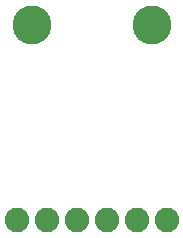
<source format=gbs>
%TF.GenerationSoftware,KiCad,Pcbnew,5.1.8-db9833491~88~ubuntu20.04.1*%
%TF.CreationDate,2020-12-19T13:22:12+05:30*%
%TF.ProjectId,SparkFun_APDS-9960_RGB_and_Gesture_Sensor,53706172-6b46-4756-9e5f-415044532d39,rev?*%
%TF.SameCoordinates,Original*%
%TF.FileFunction,Soldermask,Bot*%
%TF.FilePolarity,Negative*%
%FSLAX46Y46*%
G04 Gerber Fmt 4.6, Leading zero omitted, Abs format (unit mm)*
G04 Created by KiCad (PCBNEW 5.1.8-db9833491~88~ubuntu20.04.1) date 2020-12-19 13:22:12*
%MOMM*%
%LPD*%
G01*
G04 APERTURE LIST*
%ADD10C,2.082800*%
%ADD11C,3.302000*%
G04 APERTURE END LIST*
D10*
%TO.C,JP1*%
X140970000Y-95250000D03*
X138430000Y-95250000D03*
X135890000Y-95250000D03*
X133350000Y-95250000D03*
X130810000Y-95250000D03*
X128270000Y-95250000D03*
%TD*%
D11*
%TO.C,STANDOFF1*%
X129540000Y-78740000D03*
%TD*%
%TO.C,STANDOFF2*%
X139700000Y-78740000D03*
%TD*%
M02*

</source>
